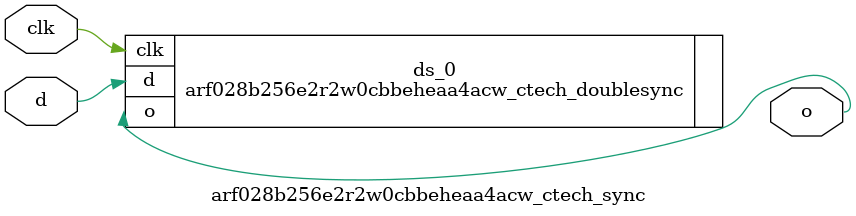
<source format=sv>

`ifndef ARF028B256E2R2W0CBBEHEAA4ACW_CTECH_SYNC_SV
`define ARF028B256E2R2W0CBBEHEAA4ACW_CTECH_SYNC_SV

module arf028b256e2r2w0cbbeheaa4acw_ctech_sync (
  input  logic  clk,
  input  logic  d,

  output logic  o
);

  arf028b256e2r2w0cbbeheaa4acw_ctech_doublesync ds_0 (.o(o), .d(d), .clk(clk));

endmodule // arf028b256e2r2w0cbbeheaa4acw_ctech_sync

`endif // ARF028B256E2R2W0CBBEHEAA4ACW_CTECH_SYNC_SV
</source>
